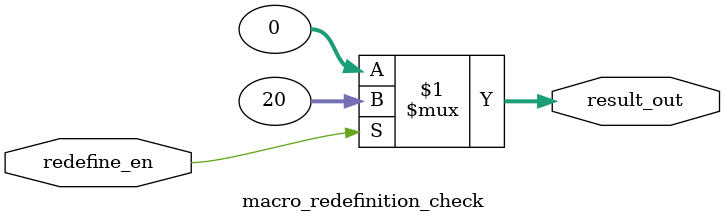
<source format=sv>
module macro_redefinition_check (
    input logic redefine_en,
    output int result_out
);
    `define REDEF_NUM 10
    `define REDEF_NUM 20
    localparam int NUM_VAL = `REDEF_NUM;
    assign result_out = redefine_en ? NUM_VAL : 0;
endmodule


</source>
